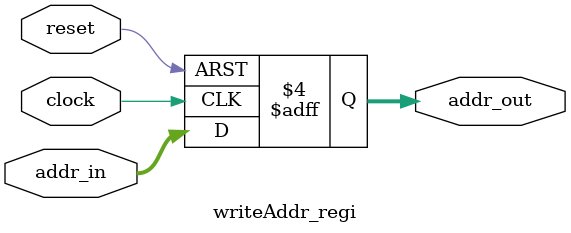
<source format=v>
module writeAddr_regi (
	input clock, 
	input reset, 
	input [2:0] addr_in,
	output reg [2:0] addr_out);
	
	always @(posedge clock or negedge reset) begin
		if (reset == 1'b0) begin
			addr_out <= 1'b0;
		end else if (clock == 1'b1) begin
			addr_out <= addr_in;
		end
	end
	
endmodule

</source>
